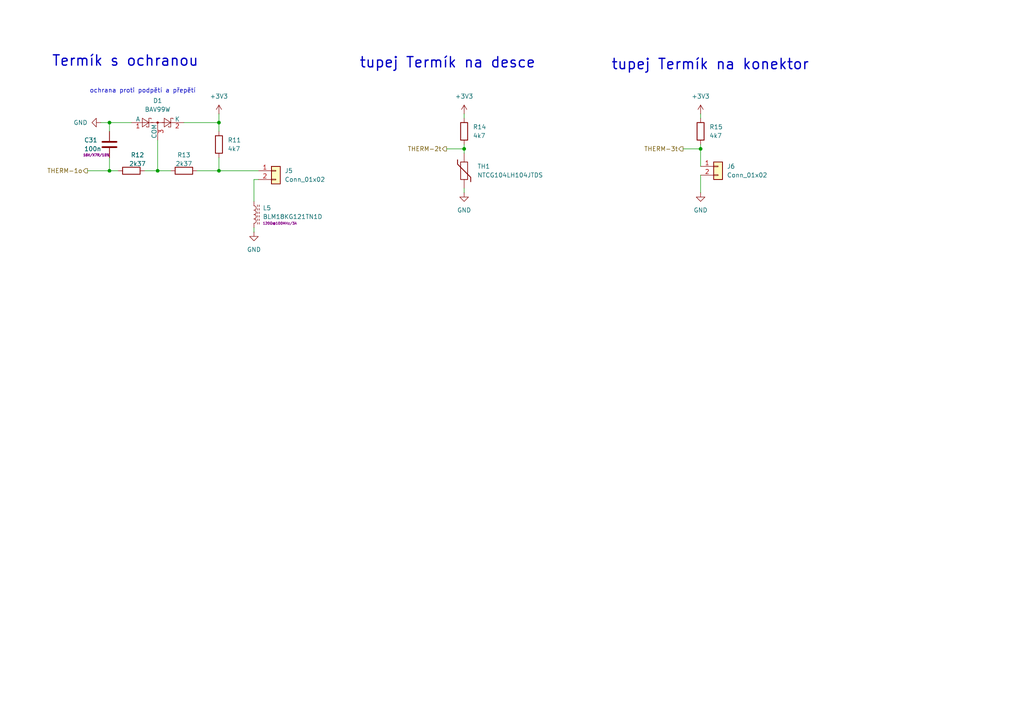
<source format=kicad_sch>
(kicad_sch
	(version 20250114)
	(generator "eeschema")
	(generator_version "9.0")
	(uuid "cbf11b8e-08f7-42d8-9943-92e2d1580568")
	(paper "A4")
	(lib_symbols
		(symbol "Connector_Generic:Conn_01x02"
			(pin_names
				(offset 1.016)
				(hide yes)
			)
			(exclude_from_sim no)
			(in_bom yes)
			(on_board yes)
			(property "Reference" "J"
				(at 0 2.54 0)
				(effects
					(font
						(size 1.27 1.27)
					)
				)
			)
			(property "Value" "Conn_01x02"
				(at 0 -5.08 0)
				(effects
					(font
						(size 1.27 1.27)
					)
				)
			)
			(property "Footprint" ""
				(at 0 0 0)
				(effects
					(font
						(size 1.27 1.27)
					)
					(hide yes)
				)
			)
			(property "Datasheet" "~"
				(at 0 0 0)
				(effects
					(font
						(size 1.27 1.27)
					)
					(hide yes)
				)
			)
			(property "Description" "Generic connector, single row, 01x02, script generated (kicad-library-utils/schlib/autogen/connector/)"
				(at 0 0 0)
				(effects
					(font
						(size 1.27 1.27)
					)
					(hide yes)
				)
			)
			(property "ki_keywords" "connector"
				(at 0 0 0)
				(effects
					(font
						(size 1.27 1.27)
					)
					(hide yes)
				)
			)
			(property "ki_fp_filters" "Connector*:*_1x??_*"
				(at 0 0 0)
				(effects
					(font
						(size 1.27 1.27)
					)
					(hide yes)
				)
			)
			(symbol "Conn_01x02_1_1"
				(rectangle
					(start -1.27 1.27)
					(end 1.27 -3.81)
					(stroke
						(width 0.254)
						(type default)
					)
					(fill
						(type background)
					)
				)
				(rectangle
					(start -1.27 0.127)
					(end 0 -0.127)
					(stroke
						(width 0.1524)
						(type default)
					)
					(fill
						(type none)
					)
				)
				(rectangle
					(start -1.27 -2.413)
					(end 0 -2.667)
					(stroke
						(width 0.1524)
						(type default)
					)
					(fill
						(type none)
					)
				)
				(pin passive line
					(at -5.08 0 0)
					(length 3.81)
					(name "Pin_1"
						(effects
							(font
								(size 1.27 1.27)
							)
						)
					)
					(number "1"
						(effects
							(font
								(size 1.27 1.27)
							)
						)
					)
				)
				(pin passive line
					(at -5.08 -2.54 0)
					(length 3.81)
					(name "Pin_2"
						(effects
							(font
								(size 1.27 1.27)
							)
						)
					)
					(number "2"
						(effects
							(font
								(size 1.27 1.27)
							)
						)
					)
				)
			)
			(embedded_fonts no)
		)
		(symbol "Device:C"
			(pin_numbers
				(hide yes)
			)
			(pin_names
				(offset 0.254)
			)
			(exclude_from_sim no)
			(in_bom yes)
			(on_board yes)
			(property "Reference" "C"
				(at 0.635 2.54 0)
				(effects
					(font
						(size 1.27 1.27)
					)
					(justify left)
				)
			)
			(property "Value" "C"
				(at 0.635 -2.54 0)
				(effects
					(font
						(size 1.27 1.27)
					)
					(justify left)
				)
			)
			(property "Footprint" ""
				(at 0.9652 -3.81 0)
				(effects
					(font
						(size 1.27 1.27)
					)
					(hide yes)
				)
			)
			(property "Datasheet" "~"
				(at 0 0 0)
				(effects
					(font
						(size 1.27 1.27)
					)
					(hide yes)
				)
			)
			(property "Description" "Unpolarized capacitor"
				(at 0 0 0)
				(effects
					(font
						(size 1.27 1.27)
					)
					(hide yes)
				)
			)
			(property "ki_keywords" "cap capacitor"
				(at 0 0 0)
				(effects
					(font
						(size 1.27 1.27)
					)
					(hide yes)
				)
			)
			(property "ki_fp_filters" "C_*"
				(at 0 0 0)
				(effects
					(font
						(size 1.27 1.27)
					)
					(hide yes)
				)
			)
			(symbol "C_0_1"
				(polyline
					(pts
						(xy -2.032 0.762) (xy 2.032 0.762)
					)
					(stroke
						(width 0.508)
						(type default)
					)
					(fill
						(type none)
					)
				)
				(polyline
					(pts
						(xy -2.032 -0.762) (xy 2.032 -0.762)
					)
					(stroke
						(width 0.508)
						(type default)
					)
					(fill
						(type none)
					)
				)
			)
			(symbol "C_1_1"
				(pin passive line
					(at 0 3.81 270)
					(length 2.794)
					(name "~"
						(effects
							(font
								(size 1.27 1.27)
							)
						)
					)
					(number "1"
						(effects
							(font
								(size 1.27 1.27)
							)
						)
					)
				)
				(pin passive line
					(at 0 -3.81 90)
					(length 2.794)
					(name "~"
						(effects
							(font
								(size 1.27 1.27)
							)
						)
					)
					(number "2"
						(effects
							(font
								(size 1.27 1.27)
							)
						)
					)
				)
			)
			(embedded_fonts no)
		)
		(symbol "Device:L_Ferrite"
			(pin_numbers
				(hide yes)
			)
			(pin_names
				(offset 1.016)
				(hide yes)
			)
			(exclude_from_sim no)
			(in_bom yes)
			(on_board yes)
			(property "Reference" "L"
				(at -1.27 0 90)
				(effects
					(font
						(size 1.27 1.27)
					)
				)
			)
			(property "Value" "L_Ferrite"
				(at 2.794 0 90)
				(effects
					(font
						(size 1.27 1.27)
					)
				)
			)
			(property "Footprint" ""
				(at 0 0 0)
				(effects
					(font
						(size 1.27 1.27)
					)
					(hide yes)
				)
			)
			(property "Datasheet" "~"
				(at 0 0 0)
				(effects
					(font
						(size 1.27 1.27)
					)
					(hide yes)
				)
			)
			(property "Description" "Inductor with ferrite core"
				(at 0 0 0)
				(effects
					(font
						(size 1.27 1.27)
					)
					(hide yes)
				)
			)
			(property "ki_keywords" "inductor choke coil reactor magnetic"
				(at 0 0 0)
				(effects
					(font
						(size 1.27 1.27)
					)
					(hide yes)
				)
			)
			(property "ki_fp_filters" "Choke_* *Coil* Inductor_* L_*"
				(at 0 0 0)
				(effects
					(font
						(size 1.27 1.27)
					)
					(hide yes)
				)
			)
			(symbol "L_Ferrite_0_1"
				(arc
					(start 0 2.54)
					(mid 0.6323 1.905)
					(end 0 1.27)
					(stroke
						(width 0)
						(type default)
					)
					(fill
						(type none)
					)
				)
				(arc
					(start 0 1.27)
					(mid 0.6323 0.635)
					(end 0 0)
					(stroke
						(width 0)
						(type default)
					)
					(fill
						(type none)
					)
				)
				(arc
					(start 0 0)
					(mid 0.6323 -0.635)
					(end 0 -1.27)
					(stroke
						(width 0)
						(type default)
					)
					(fill
						(type none)
					)
				)
				(arc
					(start 0 -1.27)
					(mid 0.6323 -1.905)
					(end 0 -2.54)
					(stroke
						(width 0)
						(type default)
					)
					(fill
						(type none)
					)
				)
				(polyline
					(pts
						(xy 1.016 2.286) (xy 1.016 2.794)
					)
					(stroke
						(width 0)
						(type default)
					)
					(fill
						(type none)
					)
				)
				(polyline
					(pts
						(xy 1.016 1.27) (xy 1.016 1.778)
					)
					(stroke
						(width 0)
						(type default)
					)
					(fill
						(type none)
					)
				)
				(polyline
					(pts
						(xy 1.016 0.254) (xy 1.016 0.762)
					)
					(stroke
						(width 0)
						(type default)
					)
					(fill
						(type none)
					)
				)
				(polyline
					(pts
						(xy 1.016 -0.762) (xy 1.016 -0.254)
					)
					(stroke
						(width 0)
						(type default)
					)
					(fill
						(type none)
					)
				)
				(polyline
					(pts
						(xy 1.016 -1.778) (xy 1.016 -1.27)
					)
					(stroke
						(width 0)
						(type default)
					)
					(fill
						(type none)
					)
				)
				(polyline
					(pts
						(xy 1.016 -2.794) (xy 1.016 -2.286)
					)
					(stroke
						(width 0)
						(type default)
					)
					(fill
						(type none)
					)
				)
				(polyline
					(pts
						(xy 1.524 2.794) (xy 1.524 2.286)
					)
					(stroke
						(width 0)
						(type default)
					)
					(fill
						(type none)
					)
				)
				(polyline
					(pts
						(xy 1.524 1.778) (xy 1.524 1.27)
					)
					(stroke
						(width 0)
						(type default)
					)
					(fill
						(type none)
					)
				)
				(polyline
					(pts
						(xy 1.524 0.762) (xy 1.524 0.254)
					)
					(stroke
						(width 0)
						(type default)
					)
					(fill
						(type none)
					)
				)
				(polyline
					(pts
						(xy 1.524 -0.254) (xy 1.524 -0.762)
					)
					(stroke
						(width 0)
						(type default)
					)
					(fill
						(type none)
					)
				)
				(polyline
					(pts
						(xy 1.524 -1.27) (xy 1.524 -1.778)
					)
					(stroke
						(width 0)
						(type default)
					)
					(fill
						(type none)
					)
				)
				(polyline
					(pts
						(xy 1.524 -2.286) (xy 1.524 -2.794)
					)
					(stroke
						(width 0)
						(type default)
					)
					(fill
						(type none)
					)
				)
			)
			(symbol "L_Ferrite_1_1"
				(pin passive line
					(at 0 3.81 270)
					(length 1.27)
					(name "1"
						(effects
							(font
								(size 1.27 1.27)
							)
						)
					)
					(number "1"
						(effects
							(font
								(size 1.27 1.27)
							)
						)
					)
				)
				(pin passive line
					(at 0 -3.81 90)
					(length 1.27)
					(name "2"
						(effects
							(font
								(size 1.27 1.27)
							)
						)
					)
					(number "2"
						(effects
							(font
								(size 1.27 1.27)
							)
						)
					)
				)
			)
			(embedded_fonts no)
		)
		(symbol "Device:R"
			(pin_numbers
				(hide yes)
			)
			(pin_names
				(offset 0)
			)
			(exclude_from_sim no)
			(in_bom yes)
			(on_board yes)
			(property "Reference" "R"
				(at 2.032 0 90)
				(effects
					(font
						(size 1.27 1.27)
					)
				)
			)
			(property "Value" "R"
				(at 0 0 90)
				(effects
					(font
						(size 1.27 1.27)
					)
				)
			)
			(property "Footprint" ""
				(at -1.778 0 90)
				(effects
					(font
						(size 1.27 1.27)
					)
					(hide yes)
				)
			)
			(property "Datasheet" "~"
				(at 0 0 0)
				(effects
					(font
						(size 1.27 1.27)
					)
					(hide yes)
				)
			)
			(property "Description" "Resistor"
				(at 0 0 0)
				(effects
					(font
						(size 1.27 1.27)
					)
					(hide yes)
				)
			)
			(property "ki_keywords" "R res resistor"
				(at 0 0 0)
				(effects
					(font
						(size 1.27 1.27)
					)
					(hide yes)
				)
			)
			(property "ki_fp_filters" "R_*"
				(at 0 0 0)
				(effects
					(font
						(size 1.27 1.27)
					)
					(hide yes)
				)
			)
			(symbol "R_0_1"
				(rectangle
					(start -1.016 -2.54)
					(end 1.016 2.54)
					(stroke
						(width 0.254)
						(type default)
					)
					(fill
						(type none)
					)
				)
			)
			(symbol "R_1_1"
				(pin passive line
					(at 0 3.81 270)
					(length 1.27)
					(name "~"
						(effects
							(font
								(size 1.27 1.27)
							)
						)
					)
					(number "1"
						(effects
							(font
								(size 1.27 1.27)
							)
						)
					)
				)
				(pin passive line
					(at 0 -3.81 90)
					(length 1.27)
					(name "~"
						(effects
							(font
								(size 1.27 1.27)
							)
						)
					)
					(number "2"
						(effects
							(font
								(size 1.27 1.27)
							)
						)
					)
				)
			)
			(embedded_fonts no)
		)
		(symbol "Device:Thermistor"
			(pin_numbers
				(hide yes)
			)
			(pin_names
				(offset 0)
			)
			(exclude_from_sim no)
			(in_bom yes)
			(on_board yes)
			(property "Reference" "TH"
				(at 2.54 1.27 90)
				(effects
					(font
						(size 1.27 1.27)
					)
				)
			)
			(property "Value" "Thermistor"
				(at -2.54 0 90)
				(effects
					(font
						(size 1.27 1.27)
					)
					(justify bottom)
				)
			)
			(property "Footprint" ""
				(at 0 0 0)
				(effects
					(font
						(size 1.27 1.27)
					)
					(hide yes)
				)
			)
			(property "Datasheet" "~"
				(at 0 0 0)
				(effects
					(font
						(size 1.27 1.27)
					)
					(hide yes)
				)
			)
			(property "Description" "Temperature dependent resistor"
				(at 0 0 0)
				(effects
					(font
						(size 1.27 1.27)
					)
					(hide yes)
				)
			)
			(property "ki_keywords" "R res thermistor"
				(at 0 0 0)
				(effects
					(font
						(size 1.27 1.27)
					)
					(hide yes)
				)
			)
			(property "ki_fp_filters" "R_*"
				(at 0 0 0)
				(effects
					(font
						(size 1.27 1.27)
					)
					(hide yes)
				)
			)
			(symbol "Thermistor_0_1"
				(polyline
					(pts
						(xy -1.905 3.175) (xy -1.905 1.905) (xy 1.905 -1.905) (xy 1.905 -3.175) (xy 1.905 -3.175)
					)
					(stroke
						(width 0.254)
						(type default)
					)
					(fill
						(type none)
					)
				)
				(rectangle
					(start -1.016 2.54)
					(end 1.016 -2.54)
					(stroke
						(width 0.2032)
						(type default)
					)
					(fill
						(type none)
					)
				)
			)
			(symbol "Thermistor_1_1"
				(pin passive line
					(at 0 5.08 270)
					(length 2.54)
					(name "~"
						(effects
							(font
								(size 1.27 1.27)
							)
						)
					)
					(number "1"
						(effects
							(font
								(size 1.27 1.27)
							)
						)
					)
				)
				(pin passive line
					(at 0 -5.08 90)
					(length 2.54)
					(name "~"
						(effects
							(font
								(size 1.27 1.27)
							)
						)
					)
					(number "2"
						(effects
							(font
								(size 1.27 1.27)
							)
						)
					)
				)
			)
			(embedded_fonts no)
		)
		(symbol "Diode:BAT54SW"
			(pin_names
				(offset 0)
			)
			(exclude_from_sim no)
			(in_bom yes)
			(on_board yes)
			(property "Reference" "D"
				(at 0.635 -3.81 0)
				(effects
					(font
						(size 1.27 1.27)
					)
					(justify left)
				)
			)
			(property "Value" "BAT54SW"
				(at -6.35 3.175 0)
				(effects
					(font
						(size 1.27 1.27)
					)
					(justify left)
				)
			)
			(property "Footprint" "Package_TO_SOT_SMD:SOT-323_SC-70"
				(at 1.905 3.175 0)
				(effects
					(font
						(size 1.27 1.27)
					)
					(justify left)
					(hide yes)
				)
			)
			(property "Datasheet" "https://assets.nexperia.com/documents/data-sheet/BAT54W_SER.pdf"
				(at -3.048 0 0)
				(effects
					(font
						(size 1.27 1.27)
					)
					(hide yes)
				)
			)
			(property "Description" "Vr 30V, If 200mA, Dual schottky barrier diode, in series, SOT-323"
				(at 0 0 0)
				(effects
					(font
						(size 1.27 1.27)
					)
					(hide yes)
				)
			)
			(property "ki_keywords" "dual schottky diode"
				(at 0 0 0)
				(effects
					(font
						(size 1.27 1.27)
					)
					(hide yes)
				)
			)
			(property "ki_fp_filters" "SOT?323*"
				(at 0 0 0)
				(effects
					(font
						(size 1.27 1.27)
					)
					(hide yes)
				)
			)
			(symbol "BAT54SW_0_1"
				(polyline
					(pts
						(xy -4.445 1.27) (xy -4.445 -1.27) (xy -2.54 0) (xy -4.445 1.27)
					)
					(stroke
						(width 0)
						(type default)
					)
					(fill
						(type none)
					)
				)
				(polyline
					(pts
						(xy -3.81 0) (xy -1.27 0)
					)
					(stroke
						(width 0)
						(type default)
					)
					(fill
						(type none)
					)
				)
				(polyline
					(pts
						(xy -3.175 -1.27) (xy -3.175 -1.016)
					)
					(stroke
						(width 0)
						(type default)
					)
					(fill
						(type none)
					)
				)
				(polyline
					(pts
						(xy -2.54 1.27) (xy -1.905 1.27)
					)
					(stroke
						(width 0)
						(type default)
					)
					(fill
						(type none)
					)
				)
				(polyline
					(pts
						(xy -2.54 -1.27) (xy -3.175 -1.27)
					)
					(stroke
						(width 0)
						(type default)
					)
					(fill
						(type none)
					)
				)
				(polyline
					(pts
						(xy -2.54 -1.27) (xy -2.54 1.27)
					)
					(stroke
						(width 0)
						(type default)
					)
					(fill
						(type none)
					)
				)
				(polyline
					(pts
						(xy -1.905 1.27) (xy -1.905 1.016)
					)
					(stroke
						(width 0)
						(type default)
					)
					(fill
						(type none)
					)
				)
				(polyline
					(pts
						(xy -1.905 0) (xy 1.905 0)
					)
					(stroke
						(width 0)
						(type default)
					)
					(fill
						(type none)
					)
				)
				(circle
					(center 0 0)
					(radius 0.254)
					(stroke
						(width 0)
						(type default)
					)
					(fill
						(type outline)
					)
				)
				(polyline
					(pts
						(xy 1.27 0) (xy 3.81 0)
					)
					(stroke
						(width 0)
						(type default)
					)
					(fill
						(type none)
					)
				)
				(polyline
					(pts
						(xy 1.905 1.27) (xy 1.905 -1.27) (xy 3.81 0) (xy 1.905 1.27)
					)
					(stroke
						(width 0)
						(type default)
					)
					(fill
						(type none)
					)
				)
				(polyline
					(pts
						(xy 3.175 -1.27) (xy 3.175 -1.016)
					)
					(stroke
						(width 0)
						(type default)
					)
					(fill
						(type none)
					)
				)
				(polyline
					(pts
						(xy 3.81 1.27) (xy 4.445 1.27)
					)
					(stroke
						(width 0)
						(type default)
					)
					(fill
						(type none)
					)
				)
				(polyline
					(pts
						(xy 3.81 -1.27) (xy 3.175 -1.27)
					)
					(stroke
						(width 0)
						(type default)
					)
					(fill
						(type none)
					)
				)
				(polyline
					(pts
						(xy 3.81 -1.27) (xy 3.81 1.27)
					)
					(stroke
						(width 0)
						(type default)
					)
					(fill
						(type none)
					)
				)
				(polyline
					(pts
						(xy 4.445 1.27) (xy 4.445 1.016)
					)
					(stroke
						(width 0)
						(type default)
					)
					(fill
						(type none)
					)
				)
			)
			(symbol "BAT54SW_1_1"
				(pin passive line
					(at -7.62 0 0)
					(length 3.81)
					(name "A"
						(effects
							(font
								(size 1.27 1.27)
							)
						)
					)
					(number "1"
						(effects
							(font
								(size 1.27 1.27)
							)
						)
					)
				)
				(pin passive line
					(at 0 -5.08 90)
					(length 5.08)
					(name "COM"
						(effects
							(font
								(size 1.27 1.27)
							)
						)
					)
					(number "3"
						(effects
							(font
								(size 1.27 1.27)
							)
						)
					)
				)
				(pin passive line
					(at 7.62 0 180)
					(length 3.81)
					(name "K"
						(effects
							(font
								(size 1.27 1.27)
							)
						)
					)
					(number "2"
						(effects
							(font
								(size 1.27 1.27)
							)
						)
					)
				)
			)
			(embedded_fonts no)
		)
		(symbol "power:+3V3"
			(power)
			(pin_numbers
				(hide yes)
			)
			(pin_names
				(offset 0)
				(hide yes)
			)
			(exclude_from_sim no)
			(in_bom yes)
			(on_board yes)
			(property "Reference" "#PWR"
				(at 0 -3.81 0)
				(effects
					(font
						(size 1.27 1.27)
					)
					(hide yes)
				)
			)
			(property "Value" "+3V3"
				(at 0 3.556 0)
				(effects
					(font
						(size 1.27 1.27)
					)
				)
			)
			(property "Footprint" ""
				(at 0 0 0)
				(effects
					(font
						(size 1.27 1.27)
					)
					(hide yes)
				)
			)
			(property "Datasheet" ""
				(at 0 0 0)
				(effects
					(font
						(size 1.27 1.27)
					)
					(hide yes)
				)
			)
			(property "Description" "Power symbol creates a global label with name \"+3V3\""
				(at 0 0 0)
				(effects
					(font
						(size 1.27 1.27)
					)
					(hide yes)
				)
			)
			(property "ki_keywords" "global power"
				(at 0 0 0)
				(effects
					(font
						(size 1.27 1.27)
					)
					(hide yes)
				)
			)
			(symbol "+3V3_0_1"
				(polyline
					(pts
						(xy -0.762 1.27) (xy 0 2.54)
					)
					(stroke
						(width 0)
						(type default)
					)
					(fill
						(type none)
					)
				)
				(polyline
					(pts
						(xy 0 2.54) (xy 0.762 1.27)
					)
					(stroke
						(width 0)
						(type default)
					)
					(fill
						(type none)
					)
				)
				(polyline
					(pts
						(xy 0 0) (xy 0 2.54)
					)
					(stroke
						(width 0)
						(type default)
					)
					(fill
						(type none)
					)
				)
			)
			(symbol "+3V3_1_1"
				(pin power_in line
					(at 0 0 90)
					(length 0)
					(name "~"
						(effects
							(font
								(size 1.27 1.27)
							)
						)
					)
					(number "1"
						(effects
							(font
								(size 1.27 1.27)
							)
						)
					)
				)
			)
			(embedded_fonts no)
		)
		(symbol "power:GND"
			(power)
			(pin_numbers
				(hide yes)
			)
			(pin_names
				(offset 0)
				(hide yes)
			)
			(exclude_from_sim no)
			(in_bom yes)
			(on_board yes)
			(property "Reference" "#PWR"
				(at 0 -6.35 0)
				(effects
					(font
						(size 1.27 1.27)
					)
					(hide yes)
				)
			)
			(property "Value" "GND"
				(at 0 -3.81 0)
				(effects
					(font
						(size 1.27 1.27)
					)
				)
			)
			(property "Footprint" ""
				(at 0 0 0)
				(effects
					(font
						(size 1.27 1.27)
					)
					(hide yes)
				)
			)
			(property "Datasheet" ""
				(at 0 0 0)
				(effects
					(font
						(size 1.27 1.27)
					)
					(hide yes)
				)
			)
			(property "Description" "Power symbol creates a global label with name \"GND\" , ground"
				(at 0 0 0)
				(effects
					(font
						(size 1.27 1.27)
					)
					(hide yes)
				)
			)
			(property "ki_keywords" "global power"
				(at 0 0 0)
				(effects
					(font
						(size 1.27 1.27)
					)
					(hide yes)
				)
			)
			(symbol "GND_0_1"
				(polyline
					(pts
						(xy 0 0) (xy 0 -1.27) (xy 1.27 -1.27) (xy 0 -2.54) (xy -1.27 -1.27) (xy 0 -1.27)
					)
					(stroke
						(width 0)
						(type default)
					)
					(fill
						(type none)
					)
				)
			)
			(symbol "GND_1_1"
				(pin power_in line
					(at 0 0 270)
					(length 0)
					(name "~"
						(effects
							(font
								(size 1.27 1.27)
							)
						)
					)
					(number "1"
						(effects
							(font
								(size 1.27 1.27)
							)
						)
					)
				)
			)
			(embedded_fonts no)
		)
	)
	(text "ochrana proti podpětí a přepětí"
		(exclude_from_sim no)
		(at 41.402 26.416 0)
		(effects
			(font
				(size 1.27 1.27)
			)
		)
		(uuid "18226beb-2bb3-4a43-8ac7-c7b7cb1b71d0")
	)
	(text "tupej Termík na konektor"
		(exclude_from_sim no)
		(at 205.994 18.796 0)
		(effects
			(font
				(size 3 3)
				(thickness 0.375)
			)
		)
		(uuid "2e0bfed7-a585-40f5-8ce4-60082ade9a56")
	)
	(text "Termík s ochranou"
		(exclude_from_sim no)
		(at 36.322 17.78 0)
		(effects
			(font
				(size 3 3)
				(thickness 0.375)
			)
		)
		(uuid "8060be36-8ca7-4f55-8532-1afc12ff54ff")
	)
	(text "tupej Termík na desce\n"
		(exclude_from_sim no)
		(at 129.794 18.288 0)
		(effects
			(font
				(size 3 3)
				(thickness 0.375)
			)
		)
		(uuid "e9b69b0b-88a9-4c4f-baa6-ce253a8fc9be")
	)
	(junction
		(at 134.62 43.18)
		(diameter 0)
		(color 0 0 0 0)
		(uuid "24b6be28-28e0-486d-b60d-c332d1a29817")
	)
	(junction
		(at 63.5 35.56)
		(diameter 0)
		(color 0 0 0 0)
		(uuid "5e62d1f5-113d-434a-b809-a5cf6c464f73")
	)
	(junction
		(at 63.5 49.53)
		(diameter 0)
		(color 0 0 0 0)
		(uuid "8ce64f5f-4705-49f5-874e-d99304579412")
	)
	(junction
		(at 31.75 49.53)
		(diameter 0)
		(color 0 0 0 0)
		(uuid "bc5fd16f-cedc-4b22-87ae-687591044388")
	)
	(junction
		(at 203.2 43.18)
		(diameter 0)
		(color 0 0 0 0)
		(uuid "ce3a4833-7a59-4baf-8d59-dce3b7ed59a9")
	)
	(junction
		(at 45.72 49.53)
		(diameter 0)
		(color 0 0 0 0)
		(uuid "ee6770a4-516b-4ee4-bf70-0e9e09d7d631")
	)
	(junction
		(at 31.75 35.56)
		(diameter 0)
		(color 0 0 0 0)
		(uuid "f902912d-b6ab-4c95-bb5d-64f178d327f5")
	)
	(wire
		(pts
			(xy 45.72 49.53) (xy 49.53 49.53)
		)
		(stroke
			(width 0)
			(type default)
		)
		(uuid "0208b988-7fac-4ddd-8bb8-940e86a3ff40")
	)
	(wire
		(pts
			(xy 63.5 38.1) (xy 63.5 35.56)
		)
		(stroke
			(width 0)
			(type default)
		)
		(uuid "0750f62c-fc48-4391-b567-684b41c7a669")
	)
	(wire
		(pts
			(xy 31.75 45.72) (xy 31.75 49.53)
		)
		(stroke
			(width 0)
			(type default)
		)
		(uuid "1044657f-9383-43a6-87e6-3ebda82b6595")
	)
	(wire
		(pts
			(xy 31.75 35.56) (xy 31.75 38.1)
		)
		(stroke
			(width 0)
			(type default)
		)
		(uuid "1e44369b-40e4-41a7-8311-50c1d453be40")
	)
	(wire
		(pts
			(xy 38.1 35.56) (xy 31.75 35.56)
		)
		(stroke
			(width 0)
			(type default)
		)
		(uuid "308722a6-e10c-454e-ba18-e5160b9b6910")
	)
	(wire
		(pts
			(xy 73.66 66.04) (xy 73.66 67.31)
		)
		(stroke
			(width 0)
			(type default)
		)
		(uuid "3424e691-9c9f-48c4-9131-9aba20733371")
	)
	(wire
		(pts
			(xy 74.93 52.07) (xy 73.66 52.07)
		)
		(stroke
			(width 0)
			(type default)
		)
		(uuid "3a42da60-5b3f-420a-9882-96b46b6e08ad")
	)
	(wire
		(pts
			(xy 63.5 35.56) (xy 53.34 35.56)
		)
		(stroke
			(width 0)
			(type default)
		)
		(uuid "47e1da44-2958-45cf-a019-8d8c4260bd8d")
	)
	(wire
		(pts
			(xy 41.91 49.53) (xy 45.72 49.53)
		)
		(stroke
			(width 0)
			(type default)
		)
		(uuid "58105598-bdde-459d-8bdd-c1c831c01e69")
	)
	(wire
		(pts
			(xy 134.62 43.18) (xy 134.62 44.45)
		)
		(stroke
			(width 0)
			(type default)
		)
		(uuid "6cbda4eb-03f6-46b3-97c4-d4544d5abc45")
	)
	(wire
		(pts
			(xy 31.75 49.53) (xy 34.29 49.53)
		)
		(stroke
			(width 0)
			(type default)
		)
		(uuid "6ced08b6-8dcf-49f4-9590-2c14d88ba238")
	)
	(wire
		(pts
			(xy 73.66 52.07) (xy 73.66 58.42)
		)
		(stroke
			(width 0)
			(type default)
		)
		(uuid "7657f102-89da-4998-a235-a6b7c7d125d1")
	)
	(wire
		(pts
			(xy 203.2 43.18) (xy 203.2 48.26)
		)
		(stroke
			(width 0)
			(type default)
		)
		(uuid "77eac122-8e23-44f6-a9da-4e586e11e9a6")
	)
	(wire
		(pts
			(xy 134.62 33.02) (xy 134.62 34.29)
		)
		(stroke
			(width 0)
			(type default)
		)
		(uuid "7ce51d58-4743-4273-b67a-5c83ce588b4a")
	)
	(wire
		(pts
			(xy 25.4 49.53) (xy 31.75 49.53)
		)
		(stroke
			(width 0)
			(type default)
		)
		(uuid "8d5082a4-9b8c-414c-89e3-3d927128e84a")
	)
	(wire
		(pts
			(xy 57.15 49.53) (xy 63.5 49.53)
		)
		(stroke
			(width 0)
			(type default)
		)
		(uuid "9adb5189-152b-4018-9bb5-b2d3ee57391d")
	)
	(wire
		(pts
			(xy 134.62 54.61) (xy 134.62 55.88)
		)
		(stroke
			(width 0)
			(type default)
		)
		(uuid "a24c1a35-5766-46c8-bce3-e203643519a7")
	)
	(wire
		(pts
			(xy 198.12 43.18) (xy 203.2 43.18)
		)
		(stroke
			(width 0)
			(type default)
		)
		(uuid "a708390b-e07e-479a-a742-e9b8ea43dea0")
	)
	(wire
		(pts
			(xy 45.72 40.64) (xy 45.72 49.53)
		)
		(stroke
			(width 0)
			(type default)
		)
		(uuid "aaceb54f-9a38-4122-b1db-b3afc33f3d6b")
	)
	(wire
		(pts
			(xy 203.2 33.02) (xy 203.2 34.29)
		)
		(stroke
			(width 0)
			(type default)
		)
		(uuid "b028a56f-38d4-42c4-a7a1-62b05aa8c656")
	)
	(wire
		(pts
			(xy 203.2 41.91) (xy 203.2 43.18)
		)
		(stroke
			(width 0)
			(type default)
		)
		(uuid "b39b5a3a-5570-4cf5-8d9a-e1fe20b2e532")
	)
	(wire
		(pts
			(xy 63.5 33.02) (xy 63.5 35.56)
		)
		(stroke
			(width 0)
			(type default)
		)
		(uuid "b8b86a98-3b70-4751-b65a-9d5ab10c7b0e")
	)
	(wire
		(pts
			(xy 63.5 49.53) (xy 74.93 49.53)
		)
		(stroke
			(width 0)
			(type default)
		)
		(uuid "d1d50832-1c31-45e3-aee0-0ac7b8ae9885")
	)
	(wire
		(pts
			(xy 203.2 50.8) (xy 203.2 55.88)
		)
		(stroke
			(width 0)
			(type default)
		)
		(uuid "d5e88c2c-29ca-477c-8fd9-5934abd0aab7")
	)
	(wire
		(pts
			(xy 29.21 35.56) (xy 31.75 35.56)
		)
		(stroke
			(width 0)
			(type default)
		)
		(uuid "daafdec4-cf4c-4705-a8dc-b74238e50fd0")
	)
	(wire
		(pts
			(xy 134.62 41.91) (xy 134.62 43.18)
		)
		(stroke
			(width 0)
			(type default)
		)
		(uuid "dc0951ea-49c9-418a-a1b2-b8d989e4e3b6")
	)
	(wire
		(pts
			(xy 63.5 49.53) (xy 63.5 45.72)
		)
		(stroke
			(width 0)
			(type default)
		)
		(uuid "dcf21805-3c8e-49c4-9a27-308be2d7cff6")
	)
	(wire
		(pts
			(xy 129.54 43.18) (xy 134.62 43.18)
		)
		(stroke
			(width 0)
			(type default)
		)
		(uuid "e551ab88-e035-493d-93fe-b13f359b52ad")
	)
	(hierarchical_label "THERM-1o"
		(shape output)
		(at 25.4 49.53 180)
		(effects
			(font
				(size 1.27 1.27)
			)
			(justify right)
		)
		(uuid "5f39e518-e7d3-420a-99d1-6589d00af66a")
	)
	(hierarchical_label "THERM-2t"
		(shape output)
		(at 129.54 43.18 180)
		(effects
			(font
				(size 1.27 1.27)
			)
			(justify right)
		)
		(uuid "a9ae751b-0651-4294-b4c4-fc3a0a376720")
	)
	(hierarchical_label "THERM-3t"
		(shape output)
		(at 198.12 43.18 180)
		(effects
			(font
				(size 1.27 1.27)
			)
			(justify right)
		)
		(uuid "ba90a79c-e203-4231-b80e-360fb916123f")
	)
	(symbol
		(lib_id "Device:Thermistor")
		(at 134.62 49.53 0)
		(unit 1)
		(exclude_from_sim no)
		(in_bom yes)
		(on_board yes)
		(dnp no)
		(fields_autoplaced yes)
		(uuid "0a25f70c-d5ae-4b16-b8a7-a08df6777387")
		(property "Reference" "TH1"
			(at 138.43 48.2599 0)
			(effects
				(font
					(size 1.27 1.27)
				)
				(justify left)
			)
		)
		(property "Value" "NTCG104LH104JTDS"
			(at 138.43 50.7999 0)
			(effects
				(font
					(size 1.27 1.27)
				)
				(justify left)
			)
		)
		(property "Footprint" "Resistor_SMD:R_0402_1005Metric_Pad0.72x0.64mm_HandSolder"
			(at 134.62 49.53 0)
			(effects
				(font
					(size 1.27 1.27)
				)
				(hide yes)
			)
		)
		(property "Datasheet" "~"
			(at 134.62 49.53 0)
			(effects
				(font
					(size 1.27 1.27)
				)
				(hide yes)
			)
		)
		(property "Description" "Temperature dependent resistor"
			(at 134.62 49.53 0)
			(effects
				(font
					(size 1.27 1.27)
				)
				(hide yes)
			)
		)
		(pin "1"
			(uuid "c664b0bc-2f56-43bf-9071-c0dcfab5cb35")
		)
		(pin "2"
			(uuid "f63877e9-124b-4028-aed0-47bdff296772")
		)
		(instances
			(project ""
				(path "/86743b6b-fa0b-493b-8636-78970be18fa3/af87330e-6896-4270-983d-9630e6d57cdb"
					(reference "TH1")
					(unit 1)
				)
			)
		)
	)
	(symbol
		(lib_id "power:GND")
		(at 203.2 55.88 0)
		(unit 1)
		(exclude_from_sim no)
		(in_bom yes)
		(on_board yes)
		(dnp no)
		(fields_autoplaced yes)
		(uuid "2dbef015-a91d-4ad0-a59a-f48ef4bcaae2")
		(property "Reference" "#PWR047"
			(at 203.2 62.23 0)
			(effects
				(font
					(size 1.27 1.27)
				)
				(hide yes)
			)
		)
		(property "Value" "GND"
			(at 203.2 60.96 0)
			(effects
				(font
					(size 1.27 1.27)
				)
			)
		)
		(property "Footprint" ""
			(at 203.2 55.88 0)
			(effects
				(font
					(size 1.27 1.27)
				)
				(hide yes)
			)
		)
		(property "Datasheet" ""
			(at 203.2 55.88 0)
			(effects
				(font
					(size 1.27 1.27)
				)
				(hide yes)
			)
		)
		(property "Description" "Power symbol creates a global label with name \"GND\" , ground"
			(at 203.2 55.88 0)
			(effects
				(font
					(size 1.27 1.27)
				)
				(hide yes)
			)
		)
		(pin "1"
			(uuid "92217645-3bcb-4b95-9588-69e36de96b2c")
		)
		(instances
			(project "picoStepper"
				(path "/86743b6b-fa0b-493b-8636-78970be18fa3/af87330e-6896-4270-983d-9630e6d57cdb"
					(reference "#PWR047")
					(unit 1)
				)
			)
		)
	)
	(symbol
		(lib_id "Device:R")
		(at 134.62 38.1 0)
		(unit 1)
		(exclude_from_sim no)
		(in_bom yes)
		(on_board yes)
		(dnp no)
		(fields_autoplaced yes)
		(uuid "374e38d6-a6a2-41cf-a8f8-0b7c6194a530")
		(property "Reference" "R14"
			(at 137.16 36.8299 0)
			(effects
				(font
					(size 1.27 1.27)
				)
				(justify left)
			)
		)
		(property "Value" "4k7"
			(at 137.16 39.3699 0)
			(effects
				(font
					(size 1.27 1.27)
				)
				(justify left)
			)
		)
		(property "Footprint" "Resistor_SMD:R_0603_1608Metric_Pad0.98x0.95mm_HandSolder"
			(at 132.842 38.1 90)
			(effects
				(font
					(size 1.27 1.27)
				)
				(hide yes)
			)
		)
		(property "Datasheet" "~"
			(at 134.62 38.1 0)
			(effects
				(font
					(size 1.27 1.27)
				)
				(hide yes)
			)
		)
		(property "Description" "Resistor"
			(at 134.62 38.1 0)
			(effects
				(font
					(size 1.27 1.27)
				)
				(hide yes)
			)
		)
		(pin "2"
			(uuid "faf53127-4f2c-4a2f-bce9-5ba990f30978")
		)
		(pin "1"
			(uuid "27b89a21-4262-4933-841c-d28f6ab727db")
		)
		(instances
			(project ""
				(path "/86743b6b-fa0b-493b-8636-78970be18fa3/af87330e-6896-4270-983d-9630e6d57cdb"
					(reference "R14")
					(unit 1)
				)
			)
		)
	)
	(symbol
		(lib_id "power:+3V3")
		(at 203.2 33.02 0)
		(unit 1)
		(exclude_from_sim no)
		(in_bom yes)
		(on_board yes)
		(dnp no)
		(fields_autoplaced yes)
		(uuid "3ae9ca2b-6edf-4e44-98be-cd12e7ec2fd9")
		(property "Reference" "#PWR046"
			(at 203.2 36.83 0)
			(effects
				(font
					(size 1.27 1.27)
				)
				(hide yes)
			)
		)
		(property "Value" "+3V3"
			(at 203.2 27.94 0)
			(effects
				(font
					(size 1.27 1.27)
				)
			)
		)
		(property "Footprint" ""
			(at 203.2 33.02 0)
			(effects
				(font
					(size 1.27 1.27)
				)
				(hide yes)
			)
		)
		(property "Datasheet" ""
			(at 203.2 33.02 0)
			(effects
				(font
					(size 1.27 1.27)
				)
				(hide yes)
			)
		)
		(property "Description" "Power symbol creates a global label with name \"+3V3\""
			(at 203.2 33.02 0)
			(effects
				(font
					(size 1.27 1.27)
				)
				(hide yes)
			)
		)
		(pin "1"
			(uuid "ac63297d-681d-40ce-ac1a-bfb40cca5229")
		)
		(instances
			(project "picoStepper"
				(path "/86743b6b-fa0b-493b-8636-78970be18fa3/af87330e-6896-4270-983d-9630e6d57cdb"
					(reference "#PWR046")
					(unit 1)
				)
			)
		)
	)
	(symbol
		(lib_id "Device:R")
		(at 203.2 38.1 0)
		(unit 1)
		(exclude_from_sim no)
		(in_bom yes)
		(on_board yes)
		(dnp no)
		(fields_autoplaced yes)
		(uuid "3c0ca3a6-b4cb-4647-83dd-1d225ce6edc5")
		(property "Reference" "R15"
			(at 205.74 36.8299 0)
			(effects
				(font
					(size 1.27 1.27)
				)
				(justify left)
			)
		)
		(property "Value" "4k7"
			(at 205.74 39.3699 0)
			(effects
				(font
					(size 1.27 1.27)
				)
				(justify left)
			)
		)
		(property "Footprint" "Resistor_SMD:R_0603_1608Metric_Pad0.98x0.95mm_HandSolder"
			(at 201.422 38.1 90)
			(effects
				(font
					(size 1.27 1.27)
				)
				(hide yes)
			)
		)
		(property "Datasheet" "~"
			(at 203.2 38.1 0)
			(effects
				(font
					(size 1.27 1.27)
				)
				(hide yes)
			)
		)
		(property "Description" "Resistor"
			(at 203.2 38.1 0)
			(effects
				(font
					(size 1.27 1.27)
				)
				(hide yes)
			)
		)
		(pin "2"
			(uuid "3bdd01c7-d906-4731-9a71-943f8900b420")
		)
		(pin "1"
			(uuid "db9f55e8-f037-459e-a14a-8c33b2538750")
		)
		(instances
			(project "picoStepper"
				(path "/86743b6b-fa0b-493b-8636-78970be18fa3/af87330e-6896-4270-983d-9630e6d57cdb"
					(reference "R15")
					(unit 1)
				)
			)
		)
	)
	(symbol
		(lib_id "power:GND")
		(at 134.62 55.88 0)
		(unit 1)
		(exclude_from_sim no)
		(in_bom yes)
		(on_board yes)
		(dnp no)
		(fields_autoplaced yes)
		(uuid "44bc3a61-78c0-41bd-aea2-317dcd7c5baf")
		(property "Reference" "#PWR045"
			(at 134.62 62.23 0)
			(effects
				(font
					(size 1.27 1.27)
				)
				(hide yes)
			)
		)
		(property "Value" "GND"
			(at 134.62 60.96 0)
			(effects
				(font
					(size 1.27 1.27)
				)
			)
		)
		(property "Footprint" ""
			(at 134.62 55.88 0)
			(effects
				(font
					(size 1.27 1.27)
				)
				(hide yes)
			)
		)
		(property "Datasheet" ""
			(at 134.62 55.88 0)
			(effects
				(font
					(size 1.27 1.27)
				)
				(hide yes)
			)
		)
		(property "Description" "Power symbol creates a global label with name \"GND\" , ground"
			(at 134.62 55.88 0)
			(effects
				(font
					(size 1.27 1.27)
				)
				(hide yes)
			)
		)
		(pin "1"
			(uuid "087cbdc4-4160-4b20-a677-2c9faa2893b5")
		)
		(instances
			(project ""
				(path "/86743b6b-fa0b-493b-8636-78970be18fa3/af87330e-6896-4270-983d-9630e6d57cdb"
					(reference "#PWR045")
					(unit 1)
				)
			)
		)
	)
	(symbol
		(lib_id "power:+3V3")
		(at 134.62 33.02 0)
		(unit 1)
		(exclude_from_sim no)
		(in_bom yes)
		(on_board yes)
		(dnp no)
		(fields_autoplaced yes)
		(uuid "5ffa2a3c-bc5f-4d35-bd78-27d7d9cc1972")
		(property "Reference" "#PWR044"
			(at 134.62 36.83 0)
			(effects
				(font
					(size 1.27 1.27)
				)
				(hide yes)
			)
		)
		(property "Value" "+3V3"
			(at 134.62 27.94 0)
			(effects
				(font
					(size 1.27 1.27)
				)
			)
		)
		(property "Footprint" ""
			(at 134.62 33.02 0)
			(effects
				(font
					(size 1.27 1.27)
				)
				(hide yes)
			)
		)
		(property "Datasheet" ""
			(at 134.62 33.02 0)
			(effects
				(font
					(size 1.27 1.27)
				)
				(hide yes)
			)
		)
		(property "Description" "Power symbol creates a global label with name \"+3V3\""
			(at 134.62 33.02 0)
			(effects
				(font
					(size 1.27 1.27)
				)
				(hide yes)
			)
		)
		(pin "1"
			(uuid "c21b1a63-fd41-40eb-a651-fe03c970d847")
		)
		(instances
			(project ""
				(path "/86743b6b-fa0b-493b-8636-78970be18fa3/af87330e-6896-4270-983d-9630e6d57cdb"
					(reference "#PWR044")
					(unit 1)
				)
			)
		)
	)
	(symbol
		(lib_id "Device:L_Ferrite")
		(at 73.66 62.23 0)
		(unit 1)
		(exclude_from_sim no)
		(in_bom yes)
		(on_board yes)
		(dnp no)
		(fields_autoplaced yes)
		(uuid "797d1d88-1c25-4366-b63f-a77b6e5373bf")
		(property "Reference" "L5"
			(at 76.2 60.3249 0)
			(effects
				(font
					(size 1.27 1.27)
				)
				(justify left)
			)
		)
		(property "Value" "BLM18KG121TN1D"
			(at 76.2 62.8649 0)
			(effects
				(font
					(size 1.27 1.27)
				)
				(justify left)
			)
		)
		(property "Footprint" "Diode_SMD:D_0603_1608Metric_Pad1.05x0.95mm_HandSolder"
			(at 73.66 62.23 0)
			(effects
				(font
					(size 1.27 1.27)
				)
				(hide yes)
			)
		)
		(property "Datasheet" "~"
			(at 73.66 62.23 0)
			(effects
				(font
					(size 1.27 1.27)
				)
				(hide yes)
			)
		)
		(property "Description" "Inductor with ferrite core"
			(at 73.66 62.23 0)
			(effects
				(font
					(size 1.27 1.27)
				)
				(hide yes)
			)
		)
		(property "req" "120Ω@100MHz/3A"
			(at 76.2 64.77 0)
			(effects
				(font
					(size 0.7 0.7)
				)
				(justify left)
			)
		)
		(pin "1"
			(uuid "2658c83a-1954-4b59-9a3f-d232ceda19c9")
		)
		(pin "2"
			(uuid "8c838c2b-b6c6-42b1-8a19-49b3ecb996c7")
		)
		(instances
			(project ""
				(path "/86743b6b-fa0b-493b-8636-78970be18fa3/af87330e-6896-4270-983d-9630e6d57cdb"
					(reference "L5")
					(unit 1)
				)
			)
		)
	)
	(symbol
		(lib_id "power:GND")
		(at 29.21 35.56 270)
		(unit 1)
		(exclude_from_sim no)
		(in_bom yes)
		(on_board yes)
		(dnp no)
		(fields_autoplaced yes)
		(uuid "79922df1-962a-4d2e-aaf5-77d583d2baa1")
		(property "Reference" "#PWR042"
			(at 22.86 35.56 0)
			(effects
				(font
					(size 1.27 1.27)
				)
				(hide yes)
			)
		)
		(property "Value" "GND"
			(at 25.4 35.5599 90)
			(effects
				(font
					(size 1.27 1.27)
				)
				(justify right)
			)
		)
		(property "Footprint" ""
			(at 29.21 35.56 0)
			(effects
				(font
					(size 1.27 1.27)
				)
				(hide yes)
			)
		)
		(property "Datasheet" ""
			(at 29.21 35.56 0)
			(effects
				(font
					(size 1.27 1.27)
				)
				(hide yes)
			)
		)
		(property "Description" "Power symbol creates a global label with name \"GND\" , ground"
			(at 29.21 35.56 0)
			(effects
				(font
					(size 1.27 1.27)
				)
				(hide yes)
			)
		)
		(pin "1"
			(uuid "30f6bbf8-b2b9-45f6-a925-0990e1050e1f")
		)
		(instances
			(project ""
				(path "/86743b6b-fa0b-493b-8636-78970be18fa3/af87330e-6896-4270-983d-9630e6d57cdb"
					(reference "#PWR042")
					(unit 1)
				)
			)
		)
	)
	(symbol
		(lib_id "Device:R")
		(at 53.34 49.53 90)
		(unit 1)
		(exclude_from_sim no)
		(in_bom yes)
		(on_board yes)
		(dnp no)
		(uuid "871fa6a5-f447-4026-9079-1d2a3c333232")
		(property "Reference" "R13"
			(at 53.34 44.958 90)
			(effects
				(font
					(size 1.27 1.27)
				)
			)
		)
		(property "Value" "2k37"
			(at 53.34 47.498 90)
			(effects
				(font
					(size 1.27 1.27)
				)
			)
		)
		(property "Footprint" "Resistor_SMD:R_0603_1608Metric_Pad0.98x0.95mm_HandSolder"
			(at 53.34 51.308 90)
			(effects
				(font
					(size 1.27 1.27)
				)
				(hide yes)
			)
		)
		(property "Datasheet" "~"
			(at 53.34 49.53 0)
			(effects
				(font
					(size 1.27 1.27)
				)
				(hide yes)
			)
		)
		(property "Description" "Resistor"
			(at 53.34 49.53 0)
			(effects
				(font
					(size 1.27 1.27)
				)
				(hide yes)
			)
		)
		(pin "1"
			(uuid "9abe42cb-ca64-4f3b-a2c7-b926ecd1b087")
		)
		(pin "2"
			(uuid "1ed3fbf7-b68e-4842-9b8a-e4c1a6cfdf51")
		)
		(instances
			(project "picoStepper"
				(path "/86743b6b-fa0b-493b-8636-78970be18fa3/af87330e-6896-4270-983d-9630e6d57cdb"
					(reference "R13")
					(unit 1)
				)
			)
		)
	)
	(symbol
		(lib_id "power:+3V3")
		(at 63.5 33.02 0)
		(unit 1)
		(exclude_from_sim no)
		(in_bom yes)
		(on_board yes)
		(dnp no)
		(fields_autoplaced yes)
		(uuid "b5eeb691-f9bc-42ed-bc9b-6646ff68bc90")
		(property "Reference" "#PWR041"
			(at 63.5 36.83 0)
			(effects
				(font
					(size 1.27 1.27)
				)
				(hide yes)
			)
		)
		(property "Value" "+3V3"
			(at 63.5 27.94 0)
			(effects
				(font
					(size 1.27 1.27)
				)
			)
		)
		(property "Footprint" ""
			(at 63.5 33.02 0)
			(effects
				(font
					(size 1.27 1.27)
				)
				(hide yes)
			)
		)
		(property "Datasheet" ""
			(at 63.5 33.02 0)
			(effects
				(font
					(size 1.27 1.27)
				)
				(hide yes)
			)
		)
		(property "Description" "Power symbol creates a global label with name \"+3V3\""
			(at 63.5 33.02 0)
			(effects
				(font
					(size 1.27 1.27)
				)
				(hide yes)
			)
		)
		(pin "1"
			(uuid "8b2bc4a1-8383-4d98-aa62-f7846a05169f")
		)
		(instances
			(project ""
				(path "/86743b6b-fa0b-493b-8636-78970be18fa3/af87330e-6896-4270-983d-9630e6d57cdb"
					(reference "#PWR041")
					(unit 1)
				)
			)
		)
	)
	(symbol
		(lib_id "power:GND")
		(at 73.66 67.31 0)
		(unit 1)
		(exclude_from_sim no)
		(in_bom yes)
		(on_board yes)
		(dnp no)
		(fields_autoplaced yes)
		(uuid "c50e29af-110e-4c44-b3f0-200d21138f06")
		(property "Reference" "#PWR043"
			(at 73.66 73.66 0)
			(effects
				(font
					(size 1.27 1.27)
				)
				(hide yes)
			)
		)
		(property "Value" "GND"
			(at 73.66 72.39 0)
			(effects
				(font
					(size 1.27 1.27)
				)
			)
		)
		(property "Footprint" ""
			(at 73.66 67.31 0)
			(effects
				(font
					(size 1.27 1.27)
				)
				(hide yes)
			)
		)
		(property "Datasheet" ""
			(at 73.66 67.31 0)
			(effects
				(font
					(size 1.27 1.27)
				)
				(hide yes)
			)
		)
		(property "Description" "Power symbol creates a global label with name \"GND\" , ground"
			(at 73.66 67.31 0)
			(effects
				(font
					(size 1.27 1.27)
				)
				(hide yes)
			)
		)
		(pin "1"
			(uuid "467dd770-07d8-46d2-9a4a-c1ac6f42a377")
		)
		(instances
			(project ""
				(path "/86743b6b-fa0b-493b-8636-78970be18fa3/af87330e-6896-4270-983d-9630e6d57cdb"
					(reference "#PWR043")
					(unit 1)
				)
			)
		)
	)
	(symbol
		(lib_id "Device:R")
		(at 63.5 41.91 180)
		(unit 1)
		(exclude_from_sim no)
		(in_bom yes)
		(on_board yes)
		(dnp no)
		(fields_autoplaced yes)
		(uuid "cf6240e2-45b7-489f-a6d9-1f269a67af7d")
		(property "Reference" "R11"
			(at 66.04 40.6399 0)
			(effects
				(font
					(size 1.27 1.27)
				)
				(justify right)
			)
		)
		(property "Value" "4k7"
			(at 66.04 43.1799 0)
			(effects
				(font
					(size 1.27 1.27)
				)
				(justify right)
			)
		)
		(property "Footprint" "Resistor_SMD:R_0603_1608Metric_Pad0.98x0.95mm_HandSolder"
			(at 65.278 41.91 90)
			(effects
				(font
					(size 1.27 1.27)
				)
				(hide yes)
			)
		)
		(property "Datasheet" "~"
			(at 63.5 41.91 0)
			(effects
				(font
					(size 1.27 1.27)
				)
				(hide yes)
			)
		)
		(property "Description" "Resistor"
			(at 63.5 41.91 0)
			(effects
				(font
					(size 1.27 1.27)
				)
				(hide yes)
			)
		)
		(pin "1"
			(uuid "1ac0a848-7585-4723-9d33-197cbc83f1b0")
		)
		(pin "2"
			(uuid "03918bc8-e8a3-4168-a6fb-76b95688617b")
		)
		(instances
			(project "picoStepper"
				(path "/86743b6b-fa0b-493b-8636-78970be18fa3/af87330e-6896-4270-983d-9630e6d57cdb"
					(reference "R11")
					(unit 1)
				)
			)
		)
	)
	(symbol
		(lib_id "Connector_Generic:Conn_01x02")
		(at 208.28 48.26 0)
		(unit 1)
		(exclude_from_sim no)
		(in_bom yes)
		(on_board yes)
		(dnp no)
		(fields_autoplaced yes)
		(uuid "d1806d3b-0d53-42c7-8d1c-acbff002da4c")
		(property "Reference" "J6"
			(at 210.82 48.2599 0)
			(effects
				(font
					(size 1.27 1.27)
				)
				(justify left)
			)
		)
		(property "Value" "Conn_01x02"
			(at 210.82 50.7999 0)
			(effects
				(font
					(size 1.27 1.27)
				)
				(justify left)
			)
		)
		(property "Footprint" "SamacSys_Parts:SHDR2W64P0X254_1X2_737X660X1181P"
			(at 208.28 48.26 0)
			(effects
				(font
					(size 1.27 1.27)
				)
				(hide yes)
			)
		)
		(property "Datasheet" "~"
			(at 208.28 48.26 0)
			(effects
				(font
					(size 1.27 1.27)
				)
				(hide yes)
			)
		)
		(property "Description" "Generic connector, single row, 01x02, script generated (kicad-library-utils/schlib/autogen/connector/)"
			(at 208.28 48.26 0)
			(effects
				(font
					(size 1.27 1.27)
				)
				(hide yes)
			)
		)
		(pin "1"
			(uuid "f2e2df11-5139-40cb-92ef-282f7c17ed23")
		)
		(pin "2"
			(uuid "5424dfcf-5653-4a3c-9ff4-685089db37e2")
		)
		(instances
			(project ""
				(path "/86743b6b-fa0b-493b-8636-78970be18fa3/af87330e-6896-4270-983d-9630e6d57cdb"
					(reference "J6")
					(unit 1)
				)
			)
		)
	)
	(symbol
		(lib_id "Diode:BAT54SW")
		(at 45.72 35.56 0)
		(unit 1)
		(exclude_from_sim no)
		(in_bom yes)
		(on_board yes)
		(dnp no)
		(fields_autoplaced yes)
		(uuid "dc426a41-8c5c-4833-9842-f4d9e57d5fc4")
		(property "Reference" "D1"
			(at 45.72 29.21 0)
			(effects
				(font
					(size 1.27 1.27)
				)
			)
		)
		(property "Value" "BAV99W"
			(at 45.72 31.75 0)
			(effects
				(font
					(size 1.27 1.27)
				)
			)
		)
		(property "Footprint" "Package_TO_SOT_SMD:SOT-323_SC-70_Handsoldering"
			(at 47.625 32.385 0)
			(effects
				(font
					(size 1.27 1.27)
				)
				(justify left)
				(hide yes)
			)
		)
		(property "Datasheet" "https://assets.nexperia.com/documents/data-sheet/BAT54W_SER.pdf"
			(at 42.672 35.56 0)
			(effects
				(font
					(size 1.27 1.27)
				)
				(hide yes)
			)
		)
		(property "Description" "Vr 30V, If 200mA, Dual schottky barrier diode, in series, SOT-323"
			(at 45.72 35.56 0)
			(effects
				(font
					(size 1.27 1.27)
				)
				(hide yes)
			)
		)
		(pin "1"
			(uuid "44d40218-3ca1-4c95-8caf-efa510d3c932")
		)
		(pin "3"
			(uuid "5f9fe702-57d4-4796-864d-7d5b0396cbce")
		)
		(pin "2"
			(uuid "cb70b42d-4439-45f7-9504-862a732bd028")
		)
		(instances
			(project ""
				(path "/86743b6b-fa0b-493b-8636-78970be18fa3/af87330e-6896-4270-983d-9630e6d57cdb"
					(reference "D1")
					(unit 1)
				)
			)
		)
	)
	(symbol
		(lib_id "Device:C")
		(at 31.75 41.91 0)
		(unit 1)
		(exclude_from_sim no)
		(in_bom yes)
		(on_board yes)
		(dnp no)
		(uuid "eb326e59-c56a-4740-975c-b0bc462cebaf")
		(property "Reference" "C31"
			(at 24.384 40.64 0)
			(effects
				(font
					(size 1.27 1.27)
				)
				(justify left)
			)
		)
		(property "Value" "100n"
			(at 24.384 43.18 0)
			(effects
				(font
					(size 1.27 1.27)
				)
				(justify left)
			)
		)
		(property "Footprint" "Capacitor_SMD:C_0603_1608Metric_Pad1.08x0.95mm_HandSolder"
			(at 32.7152 45.72 0)
			(effects
				(font
					(size 1.27 1.27)
				)
				(hide yes)
			)
		)
		(property "Datasheet" "~"
			(at 31.75 41.91 0)
			(effects
				(font
					(size 1.27 1.27)
				)
				(hide yes)
			)
		)
		(property "Description" "Unpolarized capacitor"
			(at 31.75 41.91 0)
			(effects
				(font
					(size 1.27 1.27)
				)
				(hide yes)
			)
		)
		(property "req" "16V/X7R/10%"
			(at 27.94 44.958 0)
			(effects
				(font
					(size 0.7 0.7)
				)
			)
		)
		(pin "1"
			(uuid "9e0849b9-c848-463a-88e6-85c476c1509d")
		)
		(pin "2"
			(uuid "e61e7702-b1fe-4302-9196-19e1f118de5f")
		)
		(instances
			(project ""
				(path "/86743b6b-fa0b-493b-8636-78970be18fa3/af87330e-6896-4270-983d-9630e6d57cdb"
					(reference "C31")
					(unit 1)
				)
			)
		)
	)
	(symbol
		(lib_id "Connector_Generic:Conn_01x02")
		(at 80.01 49.53 0)
		(unit 1)
		(exclude_from_sim no)
		(in_bom yes)
		(on_board yes)
		(dnp no)
		(fields_autoplaced yes)
		(uuid "f67ff67b-e6a2-4e24-b3a4-0030596137d9")
		(property "Reference" "J5"
			(at 82.55 49.5299 0)
			(effects
				(font
					(size 1.27 1.27)
				)
				(justify left)
			)
		)
		(property "Value" "Conn_01x02"
			(at 82.55 52.0699 0)
			(effects
				(font
					(size 1.27 1.27)
				)
				(justify left)
			)
		)
		(property "Footprint" "SamacSys_Parts:SHDR2W64P0X254_1X2_737X660X1181P"
			(at 80.01 49.53 0)
			(effects
				(font
					(size 1.27 1.27)
				)
				(hide yes)
			)
		)
		(property "Datasheet" "~"
			(at 80.01 49.53 0)
			(effects
				(font
					(size 1.27 1.27)
				)
				(hide yes)
			)
		)
		(property "Description" "Generic connector, single row, 01x02, script generated (kicad-library-utils/schlib/autogen/connector/)"
			(at 80.01 49.53 0)
			(effects
				(font
					(size 1.27 1.27)
				)
				(hide yes)
			)
		)
		(pin "1"
			(uuid "b23eb401-6425-43f8-8279-70b9e6543f77")
		)
		(pin "2"
			(uuid "81665c62-7308-4336-a62d-e674f188a4e9")
		)
		(instances
			(project ""
				(path "/86743b6b-fa0b-493b-8636-78970be18fa3/af87330e-6896-4270-983d-9630e6d57cdb"
					(reference "J5")
					(unit 1)
				)
			)
		)
	)
	(symbol
		(lib_id "Device:R")
		(at 38.1 49.53 90)
		(unit 1)
		(exclude_from_sim no)
		(in_bom yes)
		(on_board yes)
		(dnp no)
		(uuid "fcea163b-f5df-47de-bad1-cddce3792dd9")
		(property "Reference" "R12"
			(at 39.878 44.958 90)
			(effects
				(font
					(size 1.27 1.27)
				)
			)
		)
		(property "Value" "2k37"
			(at 39.878 47.498 90)
			(effects
				(font
					(size 1.27 1.27)
				)
			)
		)
		(property "Footprint" "Resistor_SMD:R_0603_1608Metric_Pad0.98x0.95mm_HandSolder"
			(at 38.1 51.308 90)
			(effects
				(font
					(size 1.27 1.27)
				)
				(hide yes)
			)
		)
		(property "Datasheet" "~"
			(at 38.1 49.53 0)
			(effects
				(font
					(size 1.27 1.27)
				)
				(hide yes)
			)
		)
		(property "Description" "Resistor"
			(at 38.1 49.53 0)
			(effects
				(font
					(size 1.27 1.27)
				)
				(hide yes)
			)
		)
		(pin "1"
			(uuid "7e07a53f-f1dd-46ae-b82c-bd9249365466")
		)
		(pin "2"
			(uuid "5ea9749c-3c6d-44f1-8a54-56aa1393ecf0")
		)
		(instances
			(project ""
				(path "/86743b6b-fa0b-493b-8636-78970be18fa3/af87330e-6896-4270-983d-9630e6d57cdb"
					(reference "R12")
					(unit 1)
				)
			)
		)
	)
)

</source>
